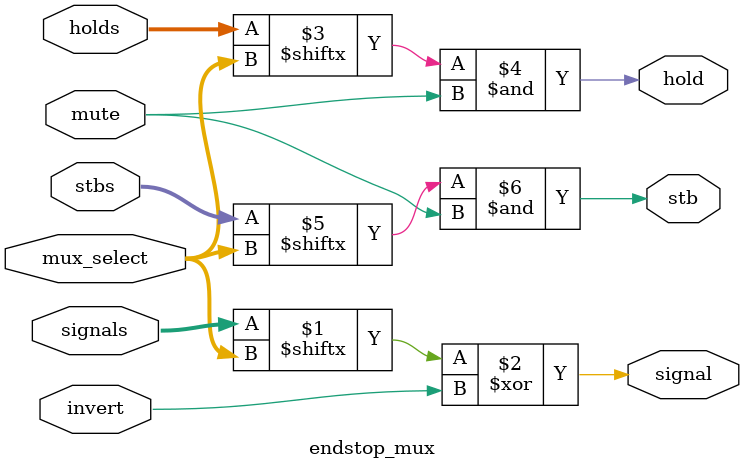
<source format=v>
module endstop_mux
(
    input [7:0] signals,
    input [7:0] holds,
    input [7:0] stbs,

    input [2:0] mux_select,
    input invert,
    input mute,

    output signal,
    output hold,
    output stb
);

assign signal = signals[mux_select] ^ invert;
assign hold = holds[mux_select] & mute;
assign stb = stbs[mux_select] & mute;

endmodule

</source>
